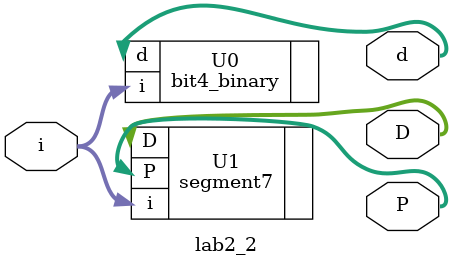
<source format=v>
`timescale 1ns / 1ps


module lab2_2(
    input [3:0]i,
    output [3:0]d,
    output [3:0]P,
    output [7:0]D
    );
    
    bit4_binary U0(.i(i), .d(d));
    segment7 U1(.i(i), .P(P), .D(D));
endmodule

</source>
